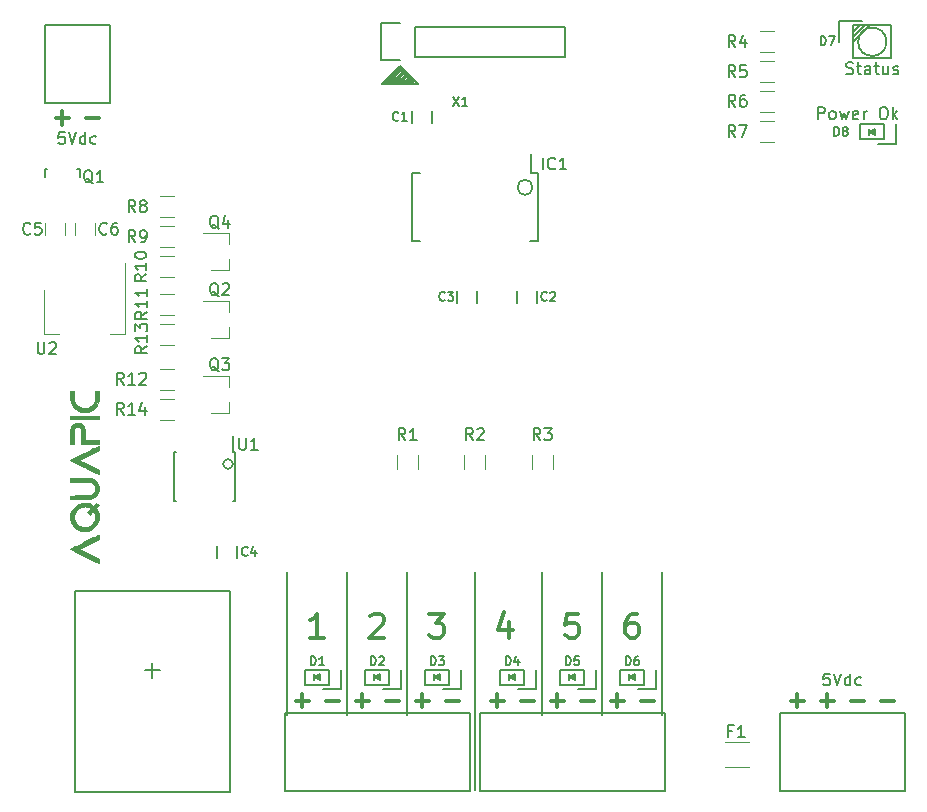
<source format=gto>
G04 #@! TF.FileFunction,Legend,Top*
%FSLAX46Y46*%
G04 Gerber Fmt 4.6, Leading zero omitted, Abs format (unit mm)*
G04 Created by KiCad (PCBNEW 4.0.7) date Sun Dec 10 04:28:40 2017*
%MOMM*%
%LPD*%
G01*
G04 APERTURE LIST*
%ADD10C,0.127000*%
%ADD11C,0.300000*%
%ADD12C,0.200000*%
%ADD13C,0.150000*%
%ADD14C,0.304800*%
%ADD15C,0.152400*%
%ADD16C,0.010000*%
%ADD17C,0.120000*%
G04 APERTURE END LIST*
D10*
D11*
X34988572Y11537143D02*
X36131429Y11537143D01*
X35560000Y12108571D02*
X35560000Y10965714D01*
D12*
X45720000Y10330000D02*
X45720000Y22395000D01*
X19515109Y31559500D02*
G75*
G03X19515109Y31559500I-401609J0D01*
G01*
X44897667Y54991000D02*
G75*
G03X44897667Y54991000I-638167J0D01*
G01*
X70866000Y69088000D02*
X72771000Y69088000D01*
X70866000Y67310000D02*
X70866000Y69088000D01*
D11*
X27368572Y11537143D02*
X28511429Y11537143D01*
X32448572Y11537143D02*
X33591429Y11537143D01*
X37528572Y11537143D02*
X38671429Y11537143D01*
X43878572Y11537143D02*
X45021429Y11537143D01*
X48958572Y11537143D02*
X50101429Y11537143D01*
X54038572Y11537143D02*
X55181429Y11537143D01*
X51498572Y11537143D02*
X52641429Y11537143D01*
X52070000Y12108571D02*
X52070000Y10965714D01*
X46418572Y11537143D02*
X47561429Y11537143D01*
X46990000Y12108571D02*
X46990000Y10965714D01*
X41338572Y11537143D02*
X42481429Y11537143D01*
X41910000Y12108571D02*
X41910000Y10965714D01*
X29908572Y11537143D02*
X31051429Y11537143D01*
X30480000Y12108571D02*
X30480000Y10965714D01*
X24828572Y11537143D02*
X25971429Y11537143D01*
X25400000Y12108571D02*
X25400000Y10965714D01*
D13*
X70048572Y13819119D02*
X69572381Y13819119D01*
X69524762Y13342929D01*
X69572381Y13390548D01*
X69667619Y13438167D01*
X69905715Y13438167D01*
X70000953Y13390548D01*
X70048572Y13342929D01*
X70096191Y13247690D01*
X70096191Y13009595D01*
X70048572Y12914357D01*
X70000953Y12866738D01*
X69905715Y12819119D01*
X69667619Y12819119D01*
X69572381Y12866738D01*
X69524762Y12914357D01*
X70381905Y13819119D02*
X70715238Y12819119D01*
X71048572Y13819119D01*
X71810477Y12819119D02*
X71810477Y13819119D01*
X71810477Y12866738D02*
X71715239Y12819119D01*
X71524762Y12819119D01*
X71429524Y12866738D01*
X71381905Y12914357D01*
X71334286Y13009595D01*
X71334286Y13295310D01*
X71381905Y13390548D01*
X71429524Y13438167D01*
X71524762Y13485786D01*
X71715239Y13485786D01*
X71810477Y13438167D01*
X72715239Y12866738D02*
X72620001Y12819119D01*
X72429524Y12819119D01*
X72334286Y12866738D01*
X72286667Y12914357D01*
X72239048Y13009595D01*
X72239048Y13295310D01*
X72286667Y13390548D01*
X72334286Y13438167D01*
X72429524Y13485786D01*
X72620001Y13485786D01*
X72715239Y13438167D01*
X5278572Y59666119D02*
X4802381Y59666119D01*
X4754762Y59189929D01*
X4802381Y59237548D01*
X4897619Y59285167D01*
X5135715Y59285167D01*
X5230953Y59237548D01*
X5278572Y59189929D01*
X5326191Y59094690D01*
X5326191Y58856595D01*
X5278572Y58761357D01*
X5230953Y58713738D01*
X5135715Y58666119D01*
X4897619Y58666119D01*
X4802381Y58713738D01*
X4754762Y58761357D01*
X5611905Y59666119D02*
X5945238Y58666119D01*
X6278572Y59666119D01*
X7040477Y58666119D02*
X7040477Y59666119D01*
X7040477Y58713738D02*
X6945239Y58666119D01*
X6754762Y58666119D01*
X6659524Y58713738D01*
X6611905Y58761357D01*
X6564286Y58856595D01*
X6564286Y59142310D01*
X6611905Y59237548D01*
X6659524Y59285167D01*
X6754762Y59332786D01*
X6945239Y59332786D01*
X7040477Y59285167D01*
X7945239Y58713738D02*
X7850001Y58666119D01*
X7659524Y58666119D01*
X7564286Y58713738D01*
X7516667Y58761357D01*
X7469048Y58856595D01*
X7469048Y59142310D01*
X7516667Y59237548D01*
X7564286Y59285167D01*
X7659524Y59332786D01*
X7850001Y59332786D01*
X7945239Y59285167D01*
D11*
X74358572Y11537143D02*
X75501429Y11537143D01*
X69278572Y11537143D02*
X70421429Y11537143D01*
X69850000Y12108571D02*
X69850000Y10965714D01*
X71818572Y11537143D02*
X72961429Y11537143D01*
X66738572Y11537143D02*
X67881429Y11537143D01*
X67310000Y12108571D02*
X67310000Y10965714D01*
D12*
X55880000Y10330000D02*
X55880000Y22395000D01*
X50800000Y10330000D02*
X50800000Y22395000D01*
X40005000Y3980000D02*
X40005000Y22395000D01*
X34290000Y10330000D02*
X34290000Y22395000D01*
X29210000Y10330000D02*
X29210000Y22395000D01*
X24130000Y10330000D02*
X24130000Y22395000D01*
D14*
X27250571Y16860762D02*
X26089429Y16860762D01*
X26670000Y16860762D02*
X26670000Y18892762D01*
X26476476Y18602476D01*
X26282952Y18408952D01*
X26089429Y18312190D01*
X31169429Y18699238D02*
X31266191Y18796000D01*
X31459714Y18892762D01*
X31943524Y18892762D01*
X32137048Y18796000D01*
X32233810Y18699238D01*
X32330571Y18505714D01*
X32330571Y18312190D01*
X32233810Y18021905D01*
X31072667Y16860762D01*
X32330571Y16860762D01*
X36152667Y18892762D02*
X37410571Y18892762D01*
X36733238Y18118667D01*
X37023524Y18118667D01*
X37217048Y18021905D01*
X37313810Y17925143D01*
X37410571Y17731619D01*
X37410571Y17247810D01*
X37313810Y17054286D01*
X37217048Y16957524D01*
X37023524Y16860762D01*
X36442952Y16860762D01*
X36249429Y16957524D01*
X36152667Y17054286D01*
X42932048Y18215429D02*
X42932048Y16860762D01*
X42448238Y18989524D02*
X41964429Y17538095D01*
X43222333Y17538095D01*
X48743810Y18892762D02*
X47776191Y18892762D01*
X47679429Y17925143D01*
X47776191Y18021905D01*
X47969714Y18118667D01*
X48453524Y18118667D01*
X48647048Y18021905D01*
X48743810Y17925143D01*
X48840571Y17731619D01*
X48840571Y17247810D01*
X48743810Y17054286D01*
X48647048Y16957524D01*
X48453524Y16860762D01*
X47969714Y16860762D01*
X47776191Y16957524D01*
X47679429Y17054286D01*
X53727048Y18892762D02*
X53340000Y18892762D01*
X53146476Y18796000D01*
X53049714Y18699238D01*
X52856191Y18408952D01*
X52759429Y18021905D01*
X52759429Y17247810D01*
X52856191Y17054286D01*
X52952952Y16957524D01*
X53146476Y16860762D01*
X53533524Y16860762D01*
X53727048Y16957524D01*
X53823810Y17054286D01*
X53920571Y17247810D01*
X53920571Y17731619D01*
X53823810Y17925143D01*
X53727048Y18021905D01*
X53533524Y18118667D01*
X53146476Y18118667D01*
X52952952Y18021905D01*
X52856191Y17925143D01*
X52759429Y17731619D01*
D12*
X34544000Y63881000D02*
X34671000Y64008000D01*
X34290000Y63881000D02*
X34544000Y64135000D01*
X34036000Y63881000D02*
X34417000Y64262000D01*
X34798000Y63881000D02*
X32385000Y63881000D01*
X35179000Y63754000D02*
X32131000Y63754000D01*
X32766000Y63881000D02*
X33782000Y64897000D01*
X33655000Y65278000D02*
X32131000Y63754000D01*
X32512000Y63881000D02*
X33655000Y65024000D01*
X33655000Y65024000D02*
X33655000Y65151000D01*
X33528000Y63881000D02*
X34163000Y64516000D01*
X33274000Y63881000D02*
X34036000Y64643000D01*
X33020000Y63881000D02*
X33909000Y64770000D01*
D11*
X7048572Y60852857D02*
X8191429Y60852857D01*
X4508572Y60852857D02*
X5651429Y60852857D01*
X5080000Y60281429D02*
X5080000Y61424286D01*
D15*
X71458668Y64612762D02*
X71603811Y64564381D01*
X71845715Y64564381D01*
X71942477Y64612762D01*
X71990858Y64661143D01*
X72039239Y64757905D01*
X72039239Y64854667D01*
X71990858Y64951429D01*
X71942477Y64999810D01*
X71845715Y65048190D01*
X71652192Y65096571D01*
X71555430Y65144952D01*
X71507049Y65193333D01*
X71458668Y65290095D01*
X71458668Y65386857D01*
X71507049Y65483619D01*
X71555430Y65532000D01*
X71652192Y65580381D01*
X71894096Y65580381D01*
X72039239Y65532000D01*
X72329525Y65241714D02*
X72716573Y65241714D01*
X72474668Y65580381D02*
X72474668Y64709524D01*
X72523049Y64612762D01*
X72619811Y64564381D01*
X72716573Y64564381D01*
X73490667Y64564381D02*
X73490667Y65096571D01*
X73442286Y65193333D01*
X73345524Y65241714D01*
X73152001Y65241714D01*
X73055239Y65193333D01*
X73490667Y64612762D02*
X73393905Y64564381D01*
X73152001Y64564381D01*
X73055239Y64612762D01*
X73006858Y64709524D01*
X73006858Y64806286D01*
X73055239Y64903048D01*
X73152001Y64951429D01*
X73393905Y64951429D01*
X73490667Y64999810D01*
X73829334Y65241714D02*
X74216382Y65241714D01*
X73974477Y65580381D02*
X73974477Y64709524D01*
X74022858Y64612762D01*
X74119620Y64564381D01*
X74216382Y64564381D01*
X74990476Y65241714D02*
X74990476Y64564381D01*
X74555048Y65241714D02*
X74555048Y64709524D01*
X74603429Y64612762D01*
X74700191Y64564381D01*
X74845333Y64564381D01*
X74942095Y64612762D01*
X74990476Y64661143D01*
X75425905Y64612762D02*
X75522667Y64564381D01*
X75716191Y64564381D01*
X75812952Y64612762D01*
X75861333Y64709524D01*
X75861333Y64757905D01*
X75812952Y64854667D01*
X75716191Y64903048D01*
X75571048Y64903048D01*
X75474286Y64951429D01*
X75425905Y65048190D01*
X75425905Y65096571D01*
X75474286Y65193333D01*
X75571048Y65241714D01*
X75716191Y65241714D01*
X75812952Y65193333D01*
X69051715Y60754381D02*
X69051715Y61770381D01*
X69438762Y61770381D01*
X69535524Y61722000D01*
X69583905Y61673619D01*
X69632286Y61576857D01*
X69632286Y61431714D01*
X69583905Y61334952D01*
X69535524Y61286571D01*
X69438762Y61238190D01*
X69051715Y61238190D01*
X70212858Y60754381D02*
X70116096Y60802762D01*
X70067715Y60851143D01*
X70019334Y60947905D01*
X70019334Y61238190D01*
X70067715Y61334952D01*
X70116096Y61383333D01*
X70212858Y61431714D01*
X70358000Y61431714D01*
X70454762Y61383333D01*
X70503143Y61334952D01*
X70551524Y61238190D01*
X70551524Y60947905D01*
X70503143Y60851143D01*
X70454762Y60802762D01*
X70358000Y60754381D01*
X70212858Y60754381D01*
X70890191Y61431714D02*
X71083715Y60754381D01*
X71277238Y61238190D01*
X71470762Y60754381D01*
X71664286Y61431714D01*
X72438381Y60802762D02*
X72341619Y60754381D01*
X72148096Y60754381D01*
X72051334Y60802762D01*
X72002953Y60899524D01*
X72002953Y61286571D01*
X72051334Y61383333D01*
X72148096Y61431714D01*
X72341619Y61431714D01*
X72438381Y61383333D01*
X72486762Y61286571D01*
X72486762Y61189810D01*
X72002953Y61093048D01*
X72922191Y60754381D02*
X72922191Y61431714D01*
X72922191Y61238190D02*
X72970572Y61334952D01*
X73018953Y61383333D01*
X73115715Y61431714D01*
X73212476Y61431714D01*
X74518762Y61770381D02*
X74712285Y61770381D01*
X74809047Y61722000D01*
X74905809Y61625238D01*
X74954190Y61431714D01*
X74954190Y61093048D01*
X74905809Y60899524D01*
X74809047Y60802762D01*
X74712285Y60754381D01*
X74518762Y60754381D01*
X74422000Y60802762D01*
X74325238Y60899524D01*
X74276857Y61093048D01*
X74276857Y61431714D01*
X74325238Y61625238D01*
X74422000Y61722000D01*
X74518762Y61770381D01*
X75389619Y60754381D02*
X75389619Y61770381D01*
X75486381Y61141429D02*
X75776666Y60754381D01*
X75776666Y61431714D02*
X75389619Y61044667D01*
D12*
X34798000Y63881000D02*
X33655000Y65024000D01*
X33782000Y63881000D02*
X34290000Y64389000D01*
X33655000Y65278000D02*
X35179000Y63754000D01*
D13*
X40440000Y10455000D02*
X40440000Y3855000D01*
X40440000Y3855000D02*
X56080000Y3855000D01*
X56080000Y3855000D02*
X56080000Y10455000D01*
X56080000Y10455000D02*
X40440000Y10455000D01*
X39570000Y10455000D02*
X23930000Y10455000D01*
X23930000Y10455000D02*
X23930000Y3855000D01*
X23930000Y3855000D02*
X39570000Y3855000D01*
X39570000Y3855000D02*
X39570000Y10455000D01*
X45300000Y45220000D02*
X45300000Y46220000D01*
X43600000Y46220000D02*
X43600000Y45220000D01*
X34710000Y61460000D02*
X34710000Y60460000D01*
X36410000Y60460000D02*
X36410000Y61460000D01*
X40220000Y45220000D02*
X40220000Y46220000D01*
X38520000Y46220000D02*
X38520000Y45220000D01*
X19900000Y23630000D02*
X19900000Y24630000D01*
X18200000Y24630000D02*
X18200000Y23630000D01*
X72060000Y68110000D02*
X72660000Y68710000D01*
X72060000Y67710000D02*
X73060000Y68710000D01*
X72060000Y67310000D02*
X73460000Y68710000D01*
X74860000Y67310000D02*
G75*
G03X74860000Y67310000I-1200000J0D01*
G01*
X75260000Y65910000D02*
X75260000Y68710000D01*
X75260000Y68710000D02*
X72060000Y68710000D01*
X72060000Y68710000D02*
X72060000Y65910000D01*
X72060000Y65910000D02*
X75260000Y65910000D01*
X34925000Y68580000D02*
X47625000Y68580000D01*
X47625000Y68580000D02*
X47625000Y66040000D01*
X47625000Y66040000D02*
X34925000Y66040000D01*
X32105000Y68860000D02*
X33655000Y68860000D01*
X34925000Y68580000D02*
X34925000Y66040000D01*
X33655000Y65760000D02*
X32105000Y65760000D01*
X32105000Y65760000D02*
X32105000Y68860000D01*
X19720000Y32555000D02*
X19575000Y32555000D01*
X19720000Y28405000D02*
X19575000Y28405000D01*
X14570000Y28405000D02*
X14715000Y28405000D01*
X14570000Y32555000D02*
X14715000Y32555000D01*
X19720000Y32555000D02*
X19720000Y28405000D01*
X14570000Y32555000D02*
X14570000Y28405000D01*
X19575000Y32555000D02*
X19575000Y33955000D01*
X6379160Y56530240D02*
X6330900Y56530240D01*
X3580180Y55829200D02*
X3580180Y56530240D01*
X3580180Y56530240D02*
X3829100Y56530240D01*
X6379160Y56530240D02*
X6579820Y56530240D01*
X6579820Y56530240D02*
X6579820Y55829200D01*
X55372000Y12489000D02*
X55372000Y14140000D01*
X54737000Y12489000D02*
X53848000Y12489000D01*
X54737000Y12489000D02*
X55372000Y12489000D01*
X53086000Y13759000D02*
X53086000Y13251000D01*
X52324000Y12870000D02*
X54356000Y12870000D01*
X54356000Y14140000D02*
X52324000Y14140000D01*
X52324000Y12870000D02*
X52324000Y14140000D01*
X54356000Y14140000D02*
X54356000Y12870000D01*
X53086000Y13505000D02*
X53340000Y13505000D01*
X53340000Y13505000D02*
X53594000Y13759000D01*
X53594000Y13505000D02*
X53340000Y13505000D01*
X53340000Y13505000D02*
X53594000Y13251000D01*
X53594000Y13251000D02*
X53340000Y13505000D01*
X53594000Y13759000D02*
X53594000Y13251000D01*
X53594000Y13251000D02*
X53086000Y13505000D01*
X53086000Y13505000D02*
X53594000Y13759000D01*
X50292000Y12489000D02*
X50292000Y14140000D01*
X49657000Y12489000D02*
X48768000Y12489000D01*
X49657000Y12489000D02*
X50292000Y12489000D01*
X48006000Y13759000D02*
X48006000Y13251000D01*
X47244000Y12870000D02*
X49276000Y12870000D01*
X49276000Y14140000D02*
X47244000Y14140000D01*
X47244000Y12870000D02*
X47244000Y14140000D01*
X49276000Y14140000D02*
X49276000Y12870000D01*
X48006000Y13505000D02*
X48260000Y13505000D01*
X48260000Y13505000D02*
X48514000Y13759000D01*
X48514000Y13505000D02*
X48260000Y13505000D01*
X48260000Y13505000D02*
X48514000Y13251000D01*
X48514000Y13251000D02*
X48260000Y13505000D01*
X48514000Y13759000D02*
X48514000Y13251000D01*
X48514000Y13251000D02*
X48006000Y13505000D01*
X48006000Y13505000D02*
X48514000Y13759000D01*
X45212000Y12489000D02*
X45212000Y14140000D01*
X44577000Y12489000D02*
X43688000Y12489000D01*
X44577000Y12489000D02*
X45212000Y12489000D01*
X42926000Y13759000D02*
X42926000Y13251000D01*
X42164000Y12870000D02*
X44196000Y12870000D01*
X44196000Y14140000D02*
X42164000Y14140000D01*
X42164000Y12870000D02*
X42164000Y14140000D01*
X44196000Y14140000D02*
X44196000Y12870000D01*
X42926000Y13505000D02*
X43180000Y13505000D01*
X43180000Y13505000D02*
X43434000Y13759000D01*
X43434000Y13505000D02*
X43180000Y13505000D01*
X43180000Y13505000D02*
X43434000Y13251000D01*
X43434000Y13251000D02*
X43180000Y13505000D01*
X43434000Y13759000D02*
X43434000Y13251000D01*
X43434000Y13251000D02*
X42926000Y13505000D01*
X42926000Y13505000D02*
X43434000Y13759000D01*
X38862000Y12489000D02*
X38862000Y14140000D01*
X38227000Y12489000D02*
X37338000Y12489000D01*
X38227000Y12489000D02*
X38862000Y12489000D01*
X36576000Y13759000D02*
X36576000Y13251000D01*
X35814000Y12870000D02*
X37846000Y12870000D01*
X37846000Y14140000D02*
X35814000Y14140000D01*
X35814000Y12870000D02*
X35814000Y14140000D01*
X37846000Y14140000D02*
X37846000Y12870000D01*
X36576000Y13505000D02*
X36830000Y13505000D01*
X36830000Y13505000D02*
X37084000Y13759000D01*
X37084000Y13505000D02*
X36830000Y13505000D01*
X36830000Y13505000D02*
X37084000Y13251000D01*
X37084000Y13251000D02*
X36830000Y13505000D01*
X37084000Y13759000D02*
X37084000Y13251000D01*
X37084000Y13251000D02*
X36576000Y13505000D01*
X36576000Y13505000D02*
X37084000Y13759000D01*
X33782000Y12489000D02*
X33782000Y14140000D01*
X33147000Y12489000D02*
X32258000Y12489000D01*
X33147000Y12489000D02*
X33782000Y12489000D01*
X31496000Y13759000D02*
X31496000Y13251000D01*
X30734000Y12870000D02*
X32766000Y12870000D01*
X32766000Y14140000D02*
X30734000Y14140000D01*
X30734000Y12870000D02*
X30734000Y14140000D01*
X32766000Y14140000D02*
X32766000Y12870000D01*
X31496000Y13505000D02*
X31750000Y13505000D01*
X31750000Y13505000D02*
X32004000Y13759000D01*
X32004000Y13505000D02*
X31750000Y13505000D01*
X31750000Y13505000D02*
X32004000Y13251000D01*
X32004000Y13251000D02*
X31750000Y13505000D01*
X32004000Y13759000D02*
X32004000Y13251000D01*
X32004000Y13251000D02*
X31496000Y13505000D01*
X31496000Y13505000D02*
X32004000Y13759000D01*
X28702000Y12489000D02*
X28702000Y14140000D01*
X28067000Y12489000D02*
X27178000Y12489000D01*
X28067000Y12489000D02*
X28702000Y12489000D01*
X26416000Y13759000D02*
X26416000Y13251000D01*
X25654000Y12870000D02*
X27686000Y12870000D01*
X27686000Y14140000D02*
X25654000Y14140000D01*
X25654000Y12870000D02*
X25654000Y14140000D01*
X27686000Y14140000D02*
X27686000Y12870000D01*
X26416000Y13505000D02*
X26670000Y13505000D01*
X26670000Y13505000D02*
X26924000Y13759000D01*
X26924000Y13505000D02*
X26670000Y13505000D01*
X26670000Y13505000D02*
X26924000Y13251000D01*
X26924000Y13251000D02*
X26670000Y13505000D01*
X26924000Y13759000D02*
X26924000Y13251000D01*
X26924000Y13251000D02*
X26416000Y13505000D01*
X26416000Y13505000D02*
X26924000Y13759000D01*
X75692000Y58674000D02*
X75692000Y60325000D01*
X75057000Y58674000D02*
X74168000Y58674000D01*
X75057000Y58674000D02*
X75692000Y58674000D01*
X73406000Y59944000D02*
X73406000Y59436000D01*
X72644000Y59055000D02*
X74676000Y59055000D01*
X74676000Y60325000D02*
X72644000Y60325000D01*
X72644000Y59055000D02*
X72644000Y60325000D01*
X74676000Y60325000D02*
X74676000Y59055000D01*
X73406000Y59690000D02*
X73660000Y59690000D01*
X73660000Y59690000D02*
X73914000Y59944000D01*
X73914000Y59690000D02*
X73660000Y59690000D01*
X73660000Y59690000D02*
X73914000Y59436000D01*
X73914000Y59436000D02*
X73660000Y59690000D01*
X73914000Y59944000D02*
X73914000Y59436000D01*
X73914000Y59436000D02*
X73406000Y59690000D01*
X73406000Y59690000D02*
X73914000Y59944000D01*
D16*
G36*
X5775686Y24385380D02*
X5828153Y24413969D01*
X5910847Y24457253D01*
X6019881Y24513302D01*
X6151368Y24580188D01*
X6301421Y24655981D01*
X6466152Y24738752D01*
X6641674Y24826570D01*
X6824100Y24917507D01*
X7009543Y25009633D01*
X7194116Y25101019D01*
X7373931Y25189734D01*
X7545102Y25273850D01*
X7703741Y25351437D01*
X7845961Y25420565D01*
X7967875Y25479306D01*
X8065596Y25525729D01*
X8135236Y25557905D01*
X8172908Y25573905D01*
X8178540Y25575237D01*
X8184751Y25549238D01*
X8189337Y25492328D01*
X8191448Y25415924D01*
X8191500Y25401557D01*
X8191500Y25240837D01*
X7323673Y24807336D01*
X6455846Y24373836D01*
X7318381Y23939710D01*
X8180916Y23505583D01*
X8187020Y23345882D01*
X8188248Y23267432D01*
X8185903Y23206349D01*
X8180493Y23174139D01*
X8179352Y23172408D01*
X8159009Y23179526D01*
X8104756Y23203780D01*
X8020482Y23243242D01*
X7910074Y23295984D01*
X7777421Y23360077D01*
X7626412Y23433594D01*
X7460934Y23514607D01*
X7284876Y23601187D01*
X7102125Y23691407D01*
X6916570Y23783338D01*
X6732100Y23875053D01*
X6552602Y23964623D01*
X6381965Y24050120D01*
X6224077Y24129616D01*
X6082826Y24201184D01*
X5962100Y24262895D01*
X5865788Y24312821D01*
X5797777Y24349034D01*
X5761957Y24369606D01*
X5757333Y24373416D01*
X5775686Y24385380D01*
X5775686Y24385380D01*
G37*
X5775686Y24385380D02*
X5828153Y24413969D01*
X5910847Y24457253D01*
X6019881Y24513302D01*
X6151368Y24580188D01*
X6301421Y24655981D01*
X6466152Y24738752D01*
X6641674Y24826570D01*
X6824100Y24917507D01*
X7009543Y25009633D01*
X7194116Y25101019D01*
X7373931Y25189734D01*
X7545102Y25273850D01*
X7703741Y25351437D01*
X7845961Y25420565D01*
X7967875Y25479306D01*
X8065596Y25525729D01*
X8135236Y25557905D01*
X8172908Y25573905D01*
X8178540Y25575237D01*
X8184751Y25549238D01*
X8189337Y25492328D01*
X8191448Y25415924D01*
X8191500Y25401557D01*
X8191500Y25240837D01*
X7323673Y24807336D01*
X6455846Y24373836D01*
X7318381Y23939710D01*
X8180916Y23505583D01*
X8187020Y23345882D01*
X8188248Y23267432D01*
X8185903Y23206349D01*
X8180493Y23174139D01*
X8179352Y23172408D01*
X8159009Y23179526D01*
X8104756Y23203780D01*
X8020482Y23243242D01*
X7910074Y23295984D01*
X7777421Y23360077D01*
X7626412Y23433594D01*
X7460934Y23514607D01*
X7284876Y23601187D01*
X7102125Y23691407D01*
X6916570Y23783338D01*
X6732100Y23875053D01*
X6552602Y23964623D01*
X6381965Y24050120D01*
X6224077Y24129616D01*
X6082826Y24201184D01*
X5962100Y24262895D01*
X5865788Y24312821D01*
X5797777Y24349034D01*
X5761957Y24369606D01*
X5757333Y24373416D01*
X5775686Y24385380D01*
G36*
X5775898Y27285783D02*
X5833263Y27492278D01*
X5926303Y27686833D01*
X6052830Y27864525D01*
X6210656Y28020432D01*
X6334551Y28111369D01*
X6521701Y28207841D01*
X6723748Y28267716D01*
X6934232Y28290949D01*
X7146697Y28277496D01*
X7354684Y28227313D01*
X7551733Y28140354D01*
X7586836Y28120013D01*
X7712423Y28044251D01*
X7959079Y28288333D01*
X8179999Y28067413D01*
X7935917Y27820757D01*
X8011679Y27695170D01*
X8104473Y27500844D01*
X8159889Y27289323D01*
X8177072Y27064825D01*
X8168489Y26924000D01*
X8125363Y26720903D01*
X8045517Y26530758D01*
X7933551Y26357312D01*
X7794067Y26204311D01*
X7631663Y26075501D01*
X7450940Y25974627D01*
X7256499Y25905438D01*
X7052939Y25871679D01*
X6938483Y25872825D01*
X6938483Y26194671D01*
X7118425Y26205642D01*
X7289947Y26252527D01*
X7448374Y26333310D01*
X7589036Y26445978D01*
X7707259Y26588513D01*
X7798369Y26758900D01*
X7824324Y26828750D01*
X7839567Y26905609D01*
X7846700Y27014703D01*
X7846216Y27114500D01*
X7840720Y27222185D01*
X7829828Y27303389D01*
X7810408Y27373902D01*
X7780072Y27447875D01*
X7748446Y27513887D01*
X7722531Y27561300D01*
X7707792Y27580147D01*
X7707565Y27580167D01*
X7688206Y27566180D01*
X7646102Y27528503D01*
X7588260Y27473559D01*
X7545802Y27431887D01*
X7396527Y27283607D01*
X7175597Y27507315D01*
X7323715Y27654298D01*
X7386591Y27717982D01*
X7436216Y27770699D01*
X7466086Y27805399D01*
X7471833Y27814833D01*
X7454048Y27829676D01*
X7407464Y27855456D01*
X7343464Y27885994D01*
X7159891Y27947109D01*
X6976649Y27968538D01*
X6798336Y27952712D01*
X6629549Y27902061D01*
X6474886Y27819017D01*
X6338945Y27706011D01*
X6226322Y27565474D01*
X6141616Y27399837D01*
X6091670Y27224048D01*
X6079697Y27048240D01*
X6106081Y26872939D01*
X6167320Y26704967D01*
X6259912Y26551146D01*
X6380353Y26418296D01*
X6525142Y26313239D01*
X6572025Y26288538D01*
X6754792Y26221631D01*
X6938483Y26194671D01*
X6938483Y25872825D01*
X6878426Y25873427D01*
X6659938Y25913806D01*
X6455556Y25990808D01*
X6269428Y26100731D01*
X6105701Y26239873D01*
X5968522Y26404532D01*
X5862038Y26591006D01*
X5790397Y26795594D01*
X5776944Y26856667D01*
X5756396Y27072272D01*
X5775898Y27285783D01*
X5775898Y27285783D01*
G37*
X5775898Y27285783D02*
X5833263Y27492278D01*
X5926303Y27686833D01*
X6052830Y27864525D01*
X6210656Y28020432D01*
X6334551Y28111369D01*
X6521701Y28207841D01*
X6723748Y28267716D01*
X6934232Y28290949D01*
X7146697Y28277496D01*
X7354684Y28227313D01*
X7551733Y28140354D01*
X7586836Y28120013D01*
X7712423Y28044251D01*
X7959079Y28288333D01*
X8179999Y28067413D01*
X7935917Y27820757D01*
X8011679Y27695170D01*
X8104473Y27500844D01*
X8159889Y27289323D01*
X8177072Y27064825D01*
X8168489Y26924000D01*
X8125363Y26720903D01*
X8045517Y26530758D01*
X7933551Y26357312D01*
X7794067Y26204311D01*
X7631663Y26075501D01*
X7450940Y25974627D01*
X7256499Y25905438D01*
X7052939Y25871679D01*
X6938483Y25872825D01*
X6938483Y26194671D01*
X7118425Y26205642D01*
X7289947Y26252527D01*
X7448374Y26333310D01*
X7589036Y26445978D01*
X7707259Y26588513D01*
X7798369Y26758900D01*
X7824324Y26828750D01*
X7839567Y26905609D01*
X7846700Y27014703D01*
X7846216Y27114500D01*
X7840720Y27222185D01*
X7829828Y27303389D01*
X7810408Y27373902D01*
X7780072Y27447875D01*
X7748446Y27513887D01*
X7722531Y27561300D01*
X7707792Y27580147D01*
X7707565Y27580167D01*
X7688206Y27566180D01*
X7646102Y27528503D01*
X7588260Y27473559D01*
X7545802Y27431887D01*
X7396527Y27283607D01*
X7175597Y27507315D01*
X7323715Y27654298D01*
X7386591Y27717982D01*
X7436216Y27770699D01*
X7466086Y27805399D01*
X7471833Y27814833D01*
X7454048Y27829676D01*
X7407464Y27855456D01*
X7343464Y27885994D01*
X7159891Y27947109D01*
X6976649Y27968538D01*
X6798336Y27952712D01*
X6629549Y27902061D01*
X6474886Y27819017D01*
X6338945Y27706011D01*
X6226322Y27565474D01*
X6141616Y27399837D01*
X6091670Y27224048D01*
X6079697Y27048240D01*
X6106081Y26872939D01*
X6167320Y26704967D01*
X6259912Y26551146D01*
X6380353Y26418296D01*
X6525142Y26313239D01*
X6572025Y26288538D01*
X6754792Y26221631D01*
X6938483Y26194671D01*
X6938483Y25872825D01*
X6878426Y25873427D01*
X6659938Y25913806D01*
X6455556Y25990808D01*
X6269428Y26100731D01*
X6105701Y26239873D01*
X5968522Y26404532D01*
X5862038Y26591006D01*
X5790397Y26795594D01*
X5776944Y26856667D01*
X5756396Y27072272D01*
X5775898Y27285783D01*
G36*
X6588125Y28896999D02*
X6807524Y28898822D01*
X6988993Y28900823D01*
X7136930Y28903654D01*
X7255735Y28907969D01*
X7349807Y28914421D01*
X7423548Y28923663D01*
X7481354Y28936348D01*
X7527628Y28953129D01*
X7566767Y28974660D01*
X7603172Y29001593D01*
X7641243Y29034582D01*
X7666126Y29057023D01*
X7765793Y29173463D01*
X7827494Y29308500D01*
X7850841Y29461232D01*
X7851016Y29485167D01*
X7846374Y29569399D01*
X7835784Y29646671D01*
X7824764Y29690146D01*
X7757122Y29817851D01*
X7658701Y29929345D01*
X7555215Y30003750D01*
X7440083Y30067250D01*
X6598708Y30073453D01*
X5757333Y30079657D01*
X5757333Y30397100D01*
X7503583Y30384750D01*
X7646962Y30316834D01*
X7812130Y30216438D01*
X7950286Y30087238D01*
X8058531Y29934690D01*
X8133964Y29764250D01*
X8173688Y29581375D01*
X8174802Y29391519D01*
X8167663Y29337000D01*
X8119005Y29164302D01*
X8034064Y29003586D01*
X7918437Y28860647D01*
X7777722Y28741283D01*
X7617514Y28651289D01*
X7454916Y28598818D01*
X7398306Y28591777D01*
X7301435Y28585893D01*
X7166360Y28581219D01*
X6995140Y28577809D01*
X6789831Y28575718D01*
X6552491Y28575000D01*
X5757333Y28575000D01*
X5757333Y28890238D01*
X6588125Y28896999D01*
X6588125Y28896999D01*
G37*
X6588125Y28896999D02*
X6807524Y28898822D01*
X6988993Y28900823D01*
X7136930Y28903654D01*
X7255735Y28907969D01*
X7349807Y28914421D01*
X7423548Y28923663D01*
X7481354Y28936348D01*
X7527628Y28953129D01*
X7566767Y28974660D01*
X7603172Y29001593D01*
X7641243Y29034582D01*
X7666126Y29057023D01*
X7765793Y29173463D01*
X7827494Y29308500D01*
X7850841Y29461232D01*
X7851016Y29485167D01*
X7846374Y29569399D01*
X7835784Y29646671D01*
X7824764Y29690146D01*
X7757122Y29817851D01*
X7658701Y29929345D01*
X7555215Y30003750D01*
X7440083Y30067250D01*
X6598708Y30073453D01*
X5757333Y30079657D01*
X5757333Y30397100D01*
X7503583Y30384750D01*
X7646962Y30316834D01*
X7812130Y30216438D01*
X7950286Y30087238D01*
X8058531Y29934690D01*
X8133964Y29764250D01*
X8173688Y29581375D01*
X8174802Y29391519D01*
X8167663Y29337000D01*
X8119005Y29164302D01*
X8034064Y29003586D01*
X7918437Y28860647D01*
X7777722Y28741283D01*
X7617514Y28651289D01*
X7454916Y28598818D01*
X7398306Y28591777D01*
X7301435Y28585893D01*
X7166360Y28581219D01*
X6995140Y28577809D01*
X6789831Y28575718D01*
X6552491Y28575000D01*
X5757333Y28575000D01*
X5757333Y28890238D01*
X6588125Y28896999D01*
G36*
X6958542Y32498771D02*
X7169209Y32604036D01*
X7368578Y32703499D01*
X7553447Y32795572D01*
X7720611Y32878666D01*
X7866867Y32951195D01*
X7989012Y33011569D01*
X8083842Y33058201D01*
X8148153Y33089503D01*
X8178741Y33103886D01*
X8180843Y33104667D01*
X8185792Y33085171D01*
X8189518Y33033364D01*
X8191392Y32959260D01*
X8191500Y32935299D01*
X8191500Y32765931D01*
X7334250Y32337462D01*
X7158070Y32249173D01*
X6994088Y32166549D01*
X6846077Y32091525D01*
X6717810Y32026033D01*
X6613062Y31972008D01*
X6535606Y31931383D01*
X6489214Y31906093D01*
X6477000Y31898167D01*
X6495325Y31886782D01*
X6547787Y31858490D01*
X6630611Y31815223D01*
X6740024Y31758917D01*
X6872252Y31691504D01*
X7023523Y31614918D01*
X7190062Y31531093D01*
X7334250Y31458871D01*
X8191500Y31030402D01*
X8191500Y30861034D01*
X8189298Y30769304D01*
X8182205Y30715045D01*
X8169488Y30693597D01*
X8165041Y30692826D01*
X8141946Y30702284D01*
X8084318Y30729172D01*
X7995433Y30771877D01*
X7878568Y30828791D01*
X7737000Y30898303D01*
X7574007Y30978803D01*
X7392865Y31068681D01*
X7196852Y31166326D01*
X6989243Y31270129D01*
X6942740Y31293430D01*
X5746898Y31892875D01*
X6958542Y32498771D01*
X6958542Y32498771D01*
G37*
X6958542Y32498771D02*
X7169209Y32604036D01*
X7368578Y32703499D01*
X7553447Y32795572D01*
X7720611Y32878666D01*
X7866867Y32951195D01*
X7989012Y33011569D01*
X8083842Y33058201D01*
X8148153Y33089503D01*
X8178741Y33103886D01*
X8180843Y33104667D01*
X8185792Y33085171D01*
X8189518Y33033364D01*
X8191392Y32959260D01*
X8191500Y32935299D01*
X8191500Y32765931D01*
X7334250Y32337462D01*
X7158070Y32249173D01*
X6994088Y32166549D01*
X6846077Y32091525D01*
X6717810Y32026033D01*
X6613062Y31972008D01*
X6535606Y31931383D01*
X6489214Y31906093D01*
X6477000Y31898167D01*
X6495325Y31886782D01*
X6547787Y31858490D01*
X6630611Y31815223D01*
X6740024Y31758917D01*
X6872252Y31691504D01*
X7023523Y31614918D01*
X7190062Y31531093D01*
X7334250Y31458871D01*
X8191500Y31030402D01*
X8191500Y30861034D01*
X8189298Y30769304D01*
X8182205Y30715045D01*
X8169488Y30693597D01*
X8165041Y30692826D01*
X8141946Y30702284D01*
X8084318Y30729172D01*
X7995433Y30771877D01*
X7878568Y30828791D01*
X7737000Y30898303D01*
X7574007Y30978803D01*
X7392865Y31068681D01*
X7196852Y31166326D01*
X6989243Y31270129D01*
X6942740Y31293430D01*
X5746898Y31892875D01*
X6958542Y32498771D01*
G36*
X5757707Y34091474D02*
X5759405Y34261047D01*
X5763288Y34398099D01*
X5770220Y34507535D01*
X5781063Y34594259D01*
X5796679Y34663177D01*
X5817931Y34719193D01*
X5845683Y34767213D01*
X5880795Y34812141D01*
X5924131Y34858881D01*
X5929693Y34864608D01*
X6056660Y34967608D01*
X6195882Y35032326D01*
X6341732Y35058747D01*
X6488583Y35046854D01*
X6630808Y34996631D01*
X6762782Y34908062D01*
X6806387Y34867106D01*
X6853957Y34816174D01*
X6891453Y34767788D01*
X6920183Y34716062D01*
X6941454Y34655111D01*
X6956572Y34579052D01*
X6966847Y34481999D01*
X6973583Y34358067D01*
X6978090Y34201371D01*
X6980359Y34083951D01*
X6989333Y33570985D01*
X7585124Y33565367D01*
X8180916Y33559750D01*
X8187047Y33410658D01*
X8188106Y33334717D01*
X8185089Y33276159D01*
X8178647Y33247097D01*
X8178228Y33246617D01*
X8154297Y33243148D01*
X8092929Y33239963D01*
X7999019Y33237160D01*
X7877461Y33234833D01*
X7733151Y33233078D01*
X7570984Y33231993D01*
X7415388Y33231667D01*
X6667500Y33231667D01*
X6667500Y33812708D01*
X6666852Y34015262D01*
X6664521Y34180138D01*
X6659929Y34311975D01*
X6652494Y34415412D01*
X6641636Y34495091D01*
X6626776Y34555652D01*
X6607334Y34601733D01*
X6582729Y34637976D01*
X6561517Y34660559D01*
X6479746Y34711797D01*
X6381552Y34733106D01*
X6281885Y34722978D01*
X6217404Y34695249D01*
X6182391Y34672426D01*
X6154172Y34648672D01*
X6131926Y34619338D01*
X6114833Y34579775D01*
X6102070Y34525336D01*
X6092818Y34451370D01*
X6086256Y34353229D01*
X6081562Y34226265D01*
X6077916Y34065827D01*
X6074833Y33887833D01*
X6064250Y33242250D01*
X5910791Y33236031D01*
X5757333Y33229812D01*
X5757333Y33884475D01*
X5757707Y34091474D01*
X5757707Y34091474D01*
G37*
X5757707Y34091474D02*
X5759405Y34261047D01*
X5763288Y34398099D01*
X5770220Y34507535D01*
X5781063Y34594259D01*
X5796679Y34663177D01*
X5817931Y34719193D01*
X5845683Y34767213D01*
X5880795Y34812141D01*
X5924131Y34858881D01*
X5929693Y34864608D01*
X6056660Y34967608D01*
X6195882Y35032326D01*
X6341732Y35058747D01*
X6488583Y35046854D01*
X6630808Y34996631D01*
X6762782Y34908062D01*
X6806387Y34867106D01*
X6853957Y34816174D01*
X6891453Y34767788D01*
X6920183Y34716062D01*
X6941454Y34655111D01*
X6956572Y34579052D01*
X6966847Y34481999D01*
X6973583Y34358067D01*
X6978090Y34201371D01*
X6980359Y34083951D01*
X6989333Y33570985D01*
X7585124Y33565367D01*
X8180916Y33559750D01*
X8187047Y33410658D01*
X8188106Y33334717D01*
X8185089Y33276159D01*
X8178647Y33247097D01*
X8178228Y33246617D01*
X8154297Y33243148D01*
X8092929Y33239963D01*
X7999019Y33237160D01*
X7877461Y33234833D01*
X7733151Y33233078D01*
X7570984Y33231993D01*
X7415388Y33231667D01*
X6667500Y33231667D01*
X6667500Y33812708D01*
X6666852Y34015262D01*
X6664521Y34180138D01*
X6659929Y34311975D01*
X6652494Y34415412D01*
X6641636Y34495091D01*
X6626776Y34555652D01*
X6607334Y34601733D01*
X6582729Y34637976D01*
X6561517Y34660559D01*
X6479746Y34711797D01*
X6381552Y34733106D01*
X6281885Y34722978D01*
X6217404Y34695249D01*
X6182391Y34672426D01*
X6154172Y34648672D01*
X6131926Y34619338D01*
X6114833Y34579775D01*
X6102070Y34525336D01*
X6092818Y34451370D01*
X6086256Y34353229D01*
X6081562Y34226265D01*
X6077916Y34065827D01*
X6074833Y33887833D01*
X6064250Y33242250D01*
X5910791Y33236031D01*
X5757333Y33229812D01*
X5757333Y33884475D01*
X5757707Y34091474D01*
G36*
X8191500Y35665833D02*
X8191500Y35348333D01*
X5757333Y35348333D01*
X5757333Y35665833D01*
X8191500Y35665833D01*
X8191500Y35665833D01*
G37*
X8191500Y35665833D02*
X8191500Y35348333D01*
X5757333Y35348333D01*
X5757333Y35665833D01*
X8191500Y35665833D01*
G36*
X5921375Y37778135D02*
X6074833Y37784354D01*
X6074833Y37428041D01*
X6078386Y37229592D01*
X6090297Y37066109D01*
X6112443Y36930721D01*
X6146701Y36816560D01*
X6194947Y36716757D01*
X6259059Y36624441D01*
X6310790Y36564479D01*
X6451658Y36437325D01*
X6605754Y36348892D01*
X6776874Y36297662D01*
X6968814Y36282116D01*
X7013649Y36283309D01*
X7119896Y36290423D01*
X7201208Y36303422D01*
X7274934Y36326192D01*
X7349929Y36358618D01*
X7511619Y36457283D01*
X7648093Y36589027D01*
X7756438Y36750945D01*
X7769868Y36777219D01*
X7842250Y36924133D01*
X7863416Y37771917D01*
X8180916Y37771917D01*
X8183787Y37454417D01*
X8183659Y37330303D01*
X8181321Y37209705D01*
X8177148Y37104397D01*
X8171515Y37026153D01*
X8169623Y37009917D01*
X8119948Y36793671D01*
X8033058Y36592429D01*
X7912713Y36410551D01*
X7762673Y36252394D01*
X7586695Y36122319D01*
X7388540Y36024683D01*
X7291916Y35992137D01*
X7162222Y35966651D01*
X7011014Y35955875D01*
X6855936Y35959806D01*
X6714628Y35978438D01*
X6658023Y35992264D01*
X6445846Y36075587D01*
X6254306Y36192907D01*
X6087577Y36340297D01*
X5949834Y36513829D01*
X5845252Y36709575D01*
X5816900Y36783635D01*
X5799972Y36835885D01*
X5787449Y36885559D01*
X5778676Y36940229D01*
X5772998Y37007468D01*
X5769757Y37094847D01*
X5768300Y37209937D01*
X5767969Y37348583D01*
X5767916Y37771917D01*
X5921375Y37778135D01*
X5921375Y37778135D01*
G37*
X5921375Y37778135D02*
X6074833Y37784354D01*
X6074833Y37428041D01*
X6078386Y37229592D01*
X6090297Y37066109D01*
X6112443Y36930721D01*
X6146701Y36816560D01*
X6194947Y36716757D01*
X6259059Y36624441D01*
X6310790Y36564479D01*
X6451658Y36437325D01*
X6605754Y36348892D01*
X6776874Y36297662D01*
X6968814Y36282116D01*
X7013649Y36283309D01*
X7119896Y36290423D01*
X7201208Y36303422D01*
X7274934Y36326192D01*
X7349929Y36358618D01*
X7511619Y36457283D01*
X7648093Y36589027D01*
X7756438Y36750945D01*
X7769868Y36777219D01*
X7842250Y36924133D01*
X7863416Y37771917D01*
X8180916Y37771917D01*
X8183787Y37454417D01*
X8183659Y37330303D01*
X8181321Y37209705D01*
X8177148Y37104397D01*
X8171515Y37026153D01*
X8169623Y37009917D01*
X8119948Y36793671D01*
X8033058Y36592429D01*
X7912713Y36410551D01*
X7762673Y36252394D01*
X7586695Y36122319D01*
X7388540Y36024683D01*
X7291916Y35992137D01*
X7162222Y35966651D01*
X7011014Y35955875D01*
X6855936Y35959806D01*
X6714628Y35978438D01*
X6658023Y35992264D01*
X6445846Y36075587D01*
X6254306Y36192907D01*
X6087577Y36340297D01*
X5949834Y36513829D01*
X5845252Y36709575D01*
X5816900Y36783635D01*
X5799972Y36835885D01*
X5787449Y36885559D01*
X5778676Y36940229D01*
X5772998Y37007468D01*
X5769757Y37094847D01*
X5768300Y37209937D01*
X5767969Y37348583D01*
X5767916Y37771917D01*
X5921375Y37778135D01*
D17*
X3595000Y51935000D02*
X3595000Y50935000D01*
X5295000Y50935000D02*
X5295000Y51935000D01*
X6135000Y51935000D02*
X6135000Y50935000D01*
X7835000Y50935000D02*
X7835000Y51935000D01*
D13*
X45330000Y56215000D02*
X44755000Y56215000D01*
X45330000Y50465000D02*
X44680000Y50465000D01*
X34680000Y50465000D02*
X35330000Y50465000D01*
X34680000Y56215000D02*
X35330000Y56215000D01*
X45330000Y56215000D02*
X45330000Y50465000D01*
X34680000Y56215000D02*
X34680000Y50465000D01*
X44755000Y56215000D02*
X44755000Y57815000D01*
D17*
X19175000Y42235000D02*
X19175000Y43165000D01*
X19175000Y45395000D02*
X19175000Y44465000D01*
X19175000Y45395000D02*
X17015000Y45395000D01*
X19175000Y42235000D02*
X17715000Y42235000D01*
X19175000Y35885000D02*
X19175000Y36815000D01*
X19175000Y39045000D02*
X19175000Y38115000D01*
X19175000Y39045000D02*
X17015000Y39045000D01*
X19175000Y35885000D02*
X17715000Y35885000D01*
X19175000Y47950000D02*
X19175000Y48880000D01*
X19175000Y51110000D02*
X19175000Y50180000D01*
X19175000Y51110000D02*
X17015000Y51110000D01*
X19175000Y47950000D02*
X17715000Y47950000D01*
X33410000Y31150000D02*
X33410000Y32350000D01*
X35170000Y32350000D02*
X35170000Y31150000D01*
X39125000Y31150000D02*
X39125000Y32350000D01*
X40885000Y32350000D02*
X40885000Y31150000D01*
X44840000Y31150000D02*
X44840000Y32350000D01*
X46600000Y32350000D02*
X46600000Y31150000D01*
X64170000Y68190000D02*
X65370000Y68190000D01*
X65370000Y66430000D02*
X64170000Y66430000D01*
X64170000Y65650000D02*
X65370000Y65650000D01*
X65370000Y63890000D02*
X64170000Y63890000D01*
X64170000Y63110000D02*
X65370000Y63110000D01*
X65370000Y61350000D02*
X64170000Y61350000D01*
X65370000Y58810000D02*
X64170000Y58810000D01*
X64170000Y60570000D02*
X65370000Y60570000D01*
X13370000Y54220000D02*
X14570000Y54220000D01*
X14570000Y52460000D02*
X13370000Y52460000D01*
X13370000Y51680000D02*
X14570000Y51680000D01*
X14570000Y49920000D02*
X13370000Y49920000D01*
X14570000Y47380000D02*
X13370000Y47380000D01*
X13370000Y49140000D02*
X14570000Y49140000D01*
X14570000Y44205000D02*
X13370000Y44205000D01*
X13370000Y45965000D02*
X14570000Y45965000D01*
X14570000Y37855000D02*
X13370000Y37855000D01*
X13370000Y39615000D02*
X14570000Y39615000D01*
X14570000Y41665000D02*
X13370000Y41665000D01*
X13370000Y43425000D02*
X14570000Y43425000D01*
X14570000Y35315000D02*
X13370000Y35315000D01*
X13370000Y37075000D02*
X14570000Y37075000D01*
X3575000Y42540000D02*
X4835000Y42540000D01*
X10395000Y42540000D02*
X9135000Y42540000D01*
X3575000Y46300000D02*
X3575000Y42540000D01*
X10395000Y48550000D02*
X10395000Y42540000D01*
D13*
X9090000Y62105000D02*
X3610000Y62105000D01*
X3610000Y62105000D02*
X3610000Y68705000D01*
X3610000Y68705000D02*
X9090000Y68705000D01*
X9090000Y68705000D02*
X9090000Y62105000D01*
X76400000Y10455000D02*
X76400000Y3855000D01*
X76400000Y3855000D02*
X65840000Y3855000D01*
X65840000Y3855000D02*
X65840000Y10455000D01*
X65840000Y10455000D02*
X76400000Y10455000D01*
X12700000Y14745005D02*
X12700000Y13475005D01*
X12065000Y14110005D02*
X13335000Y14110005D01*
X6150000Y14110005D02*
X6150000Y3810005D01*
X6150000Y3810005D02*
X19250000Y3810005D01*
X19250000Y3810005D02*
X19250000Y14110005D01*
X6150000Y14110005D02*
X6150000Y20810005D01*
X6150000Y20810005D02*
X19250000Y20810005D01*
X19250000Y20810005D02*
X19250000Y14110005D01*
D17*
X63230000Y5915000D02*
X61230000Y5915000D01*
X61230000Y8055000D02*
X63230000Y8055000D01*
D10*
X33528000Y60687857D02*
X33491714Y60651571D01*
X33382857Y60615286D01*
X33310286Y60615286D01*
X33201429Y60651571D01*
X33128857Y60724143D01*
X33092572Y60796714D01*
X33056286Y60941857D01*
X33056286Y61050714D01*
X33092572Y61195857D01*
X33128857Y61268429D01*
X33201429Y61341000D01*
X33310286Y61377286D01*
X33382857Y61377286D01*
X33491714Y61341000D01*
X33528000Y61304714D01*
X34253714Y60615286D02*
X33818286Y60615286D01*
X34036000Y60615286D02*
X34036000Y61377286D01*
X33963429Y61268429D01*
X33890857Y61195857D01*
X33818286Y61159571D01*
X46101000Y45447857D02*
X46064714Y45411571D01*
X45955857Y45375286D01*
X45883286Y45375286D01*
X45774429Y45411571D01*
X45701857Y45484143D01*
X45665572Y45556714D01*
X45629286Y45701857D01*
X45629286Y45810714D01*
X45665572Y45955857D01*
X45701857Y46028429D01*
X45774429Y46101000D01*
X45883286Y46137286D01*
X45955857Y46137286D01*
X46064714Y46101000D01*
X46101000Y46064714D01*
X46391286Y46064714D02*
X46427572Y46101000D01*
X46500143Y46137286D01*
X46681572Y46137286D01*
X46754143Y46101000D01*
X46790429Y46064714D01*
X46826714Y45992143D01*
X46826714Y45919571D01*
X46790429Y45810714D01*
X46355000Y45375286D01*
X46826714Y45375286D01*
X37465000Y45447857D02*
X37428714Y45411571D01*
X37319857Y45375286D01*
X37247286Y45375286D01*
X37138429Y45411571D01*
X37065857Y45484143D01*
X37029572Y45556714D01*
X36993286Y45701857D01*
X36993286Y45810714D01*
X37029572Y45955857D01*
X37065857Y46028429D01*
X37138429Y46101000D01*
X37247286Y46137286D01*
X37319857Y46137286D01*
X37428714Y46101000D01*
X37465000Y46064714D01*
X37719000Y46137286D02*
X38190714Y46137286D01*
X37936714Y45847000D01*
X38045572Y45847000D01*
X38118143Y45810714D01*
X38154429Y45774429D01*
X38190714Y45701857D01*
X38190714Y45520429D01*
X38154429Y45447857D01*
X38118143Y45411571D01*
X38045572Y45375286D01*
X37827857Y45375286D01*
X37755286Y45411571D01*
X37719000Y45447857D01*
X20764500Y23857857D02*
X20728214Y23821571D01*
X20619357Y23785286D01*
X20546786Y23785286D01*
X20437929Y23821571D01*
X20365357Y23894143D01*
X20329072Y23966714D01*
X20292786Y24111857D01*
X20292786Y24220714D01*
X20329072Y24365857D01*
X20365357Y24438429D01*
X20437929Y24511000D01*
X20546786Y24547286D01*
X20619357Y24547286D01*
X20728214Y24511000D01*
X20764500Y24474714D01*
X21417643Y24293286D02*
X21417643Y23785286D01*
X21236214Y24583571D02*
X21054786Y24039286D01*
X21526500Y24039286D01*
X69287572Y67028786D02*
X69287572Y67790786D01*
X69469000Y67790786D01*
X69577857Y67754500D01*
X69650429Y67681929D01*
X69686714Y67609357D01*
X69723000Y67464214D01*
X69723000Y67355357D01*
X69686714Y67210214D01*
X69650429Y67137643D01*
X69577857Y67065071D01*
X69469000Y67028786D01*
X69287572Y67028786D01*
X69977000Y67790786D02*
X70485000Y67790786D01*
X70158429Y67028786D01*
D13*
X20066095Y33758119D02*
X20066095Y32948595D01*
X20113714Y32853357D01*
X20161333Y32805738D01*
X20256571Y32758119D01*
X20447048Y32758119D01*
X20542286Y32805738D01*
X20589905Y32853357D01*
X20637524Y32948595D01*
X20637524Y33758119D01*
X21637524Y32758119D02*
X21066095Y32758119D01*
X21351809Y32758119D02*
X21351809Y33758119D01*
X21256571Y33615262D01*
X21161333Y33520024D01*
X21066095Y33472405D01*
D10*
X38181643Y62647286D02*
X38689643Y61885286D01*
X38689643Y62647286D02*
X38181643Y61885286D01*
X39379071Y61885286D02*
X38943643Y61885286D01*
X39161357Y61885286D02*
X39161357Y62647286D01*
X39088786Y62538429D01*
X39016214Y62465857D01*
X38943643Y62429571D01*
D13*
X7651762Y55332381D02*
X7556524Y55380000D01*
X7461286Y55475238D01*
X7318429Y55618095D01*
X7223190Y55665714D01*
X7127952Y55665714D01*
X7175571Y55427619D02*
X7080333Y55475238D01*
X6985095Y55570476D01*
X6937476Y55760952D01*
X6937476Y56094286D01*
X6985095Y56284762D01*
X7080333Y56380000D01*
X7175571Y56427619D01*
X7366048Y56427619D01*
X7461286Y56380000D01*
X7556524Y56284762D01*
X7604143Y56094286D01*
X7604143Y55760952D01*
X7556524Y55570476D01*
X7461286Y55475238D01*
X7366048Y55427619D01*
X7175571Y55427619D01*
X8556524Y55427619D02*
X7985095Y55427619D01*
X8270809Y55427619D02*
X8270809Y56427619D01*
X8175571Y56284762D01*
X8080333Y56189524D01*
X7985095Y56141905D01*
D10*
X52777572Y14514286D02*
X52777572Y15276286D01*
X52959000Y15276286D01*
X53067857Y15240000D01*
X53140429Y15167429D01*
X53176714Y15094857D01*
X53213000Y14949714D01*
X53213000Y14840857D01*
X53176714Y14695714D01*
X53140429Y14623143D01*
X53067857Y14550571D01*
X52959000Y14514286D01*
X52777572Y14514286D01*
X53866143Y15276286D02*
X53721000Y15276286D01*
X53648429Y15240000D01*
X53612143Y15203714D01*
X53539572Y15094857D01*
X53503286Y14949714D01*
X53503286Y14659429D01*
X53539572Y14586857D01*
X53575857Y14550571D01*
X53648429Y14514286D01*
X53793572Y14514286D01*
X53866143Y14550571D01*
X53902429Y14586857D01*
X53938714Y14659429D01*
X53938714Y14840857D01*
X53902429Y14913429D01*
X53866143Y14949714D01*
X53793572Y14986000D01*
X53648429Y14986000D01*
X53575857Y14949714D01*
X53539572Y14913429D01*
X53503286Y14840857D01*
X47697572Y14514286D02*
X47697572Y15276286D01*
X47879000Y15276286D01*
X47987857Y15240000D01*
X48060429Y15167429D01*
X48096714Y15094857D01*
X48133000Y14949714D01*
X48133000Y14840857D01*
X48096714Y14695714D01*
X48060429Y14623143D01*
X47987857Y14550571D01*
X47879000Y14514286D01*
X47697572Y14514286D01*
X48822429Y15276286D02*
X48459572Y15276286D01*
X48423286Y14913429D01*
X48459572Y14949714D01*
X48532143Y14986000D01*
X48713572Y14986000D01*
X48786143Y14949714D01*
X48822429Y14913429D01*
X48858714Y14840857D01*
X48858714Y14659429D01*
X48822429Y14586857D01*
X48786143Y14550571D01*
X48713572Y14514286D01*
X48532143Y14514286D01*
X48459572Y14550571D01*
X48423286Y14586857D01*
X42617572Y14514286D02*
X42617572Y15276286D01*
X42799000Y15276286D01*
X42907857Y15240000D01*
X42980429Y15167429D01*
X43016714Y15094857D01*
X43053000Y14949714D01*
X43053000Y14840857D01*
X43016714Y14695714D01*
X42980429Y14623143D01*
X42907857Y14550571D01*
X42799000Y14514286D01*
X42617572Y14514286D01*
X43706143Y15022286D02*
X43706143Y14514286D01*
X43524714Y15312571D02*
X43343286Y14768286D01*
X43815000Y14768286D01*
X36267572Y14514286D02*
X36267572Y15276286D01*
X36449000Y15276286D01*
X36557857Y15240000D01*
X36630429Y15167429D01*
X36666714Y15094857D01*
X36703000Y14949714D01*
X36703000Y14840857D01*
X36666714Y14695714D01*
X36630429Y14623143D01*
X36557857Y14550571D01*
X36449000Y14514286D01*
X36267572Y14514286D01*
X36957000Y15276286D02*
X37428714Y15276286D01*
X37174714Y14986000D01*
X37283572Y14986000D01*
X37356143Y14949714D01*
X37392429Y14913429D01*
X37428714Y14840857D01*
X37428714Y14659429D01*
X37392429Y14586857D01*
X37356143Y14550571D01*
X37283572Y14514286D01*
X37065857Y14514286D01*
X36993286Y14550571D01*
X36957000Y14586857D01*
X31187572Y14514286D02*
X31187572Y15276286D01*
X31369000Y15276286D01*
X31477857Y15240000D01*
X31550429Y15167429D01*
X31586714Y15094857D01*
X31623000Y14949714D01*
X31623000Y14840857D01*
X31586714Y14695714D01*
X31550429Y14623143D01*
X31477857Y14550571D01*
X31369000Y14514286D01*
X31187572Y14514286D01*
X31913286Y15203714D02*
X31949572Y15240000D01*
X32022143Y15276286D01*
X32203572Y15276286D01*
X32276143Y15240000D01*
X32312429Y15203714D01*
X32348714Y15131143D01*
X32348714Y15058571D01*
X32312429Y14949714D01*
X31877000Y14514286D01*
X32348714Y14514286D01*
X26107572Y14514286D02*
X26107572Y15276286D01*
X26289000Y15276286D01*
X26397857Y15240000D01*
X26470429Y15167429D01*
X26506714Y15094857D01*
X26543000Y14949714D01*
X26543000Y14840857D01*
X26506714Y14695714D01*
X26470429Y14623143D01*
X26397857Y14550571D01*
X26289000Y14514286D01*
X26107572Y14514286D01*
X27268714Y14514286D02*
X26833286Y14514286D01*
X27051000Y14514286D02*
X27051000Y15276286D01*
X26978429Y15167429D01*
X26905857Y15094857D01*
X26833286Y15058571D01*
X70430572Y59345286D02*
X70430572Y60107286D01*
X70612000Y60107286D01*
X70720857Y60071000D01*
X70793429Y59998429D01*
X70829714Y59925857D01*
X70866000Y59780714D01*
X70866000Y59671857D01*
X70829714Y59526714D01*
X70793429Y59454143D01*
X70720857Y59381571D01*
X70612000Y59345286D01*
X70430572Y59345286D01*
X71301429Y59780714D02*
X71228857Y59817000D01*
X71192572Y59853286D01*
X71156286Y59925857D01*
X71156286Y59962143D01*
X71192572Y60034714D01*
X71228857Y60071000D01*
X71301429Y60107286D01*
X71446572Y60107286D01*
X71519143Y60071000D01*
X71555429Y60034714D01*
X71591714Y59962143D01*
X71591714Y59925857D01*
X71555429Y59853286D01*
X71519143Y59817000D01*
X71446572Y59780714D01*
X71301429Y59780714D01*
X71228857Y59744429D01*
X71192572Y59708143D01*
X71156286Y59635571D01*
X71156286Y59490429D01*
X71192572Y59417857D01*
X71228857Y59381571D01*
X71301429Y59345286D01*
X71446572Y59345286D01*
X71519143Y59381571D01*
X71555429Y59417857D01*
X71591714Y59490429D01*
X71591714Y59635571D01*
X71555429Y59708143D01*
X71519143Y59744429D01*
X71446572Y59780714D01*
D13*
X2373334Y51077857D02*
X2325715Y51030238D01*
X2182858Y50982619D01*
X2087620Y50982619D01*
X1944762Y51030238D01*
X1849524Y51125476D01*
X1801905Y51220714D01*
X1754286Y51411190D01*
X1754286Y51554048D01*
X1801905Y51744524D01*
X1849524Y51839762D01*
X1944762Y51935000D01*
X2087620Y51982619D01*
X2182858Y51982619D01*
X2325715Y51935000D01*
X2373334Y51887381D01*
X3278096Y51982619D02*
X2801905Y51982619D01*
X2754286Y51506429D01*
X2801905Y51554048D01*
X2897143Y51601667D01*
X3135239Y51601667D01*
X3230477Y51554048D01*
X3278096Y51506429D01*
X3325715Y51411190D01*
X3325715Y51173095D01*
X3278096Y51077857D01*
X3230477Y51030238D01*
X3135239Y50982619D01*
X2897143Y50982619D01*
X2801905Y51030238D01*
X2754286Y51077857D01*
X8850334Y51077857D02*
X8802715Y51030238D01*
X8659858Y50982619D01*
X8564620Y50982619D01*
X8421762Y51030238D01*
X8326524Y51125476D01*
X8278905Y51220714D01*
X8231286Y51411190D01*
X8231286Y51554048D01*
X8278905Y51744524D01*
X8326524Y51839762D01*
X8421762Y51935000D01*
X8564620Y51982619D01*
X8659858Y51982619D01*
X8802715Y51935000D01*
X8850334Y51887381D01*
X9707477Y51982619D02*
X9517000Y51982619D01*
X9421762Y51935000D01*
X9374143Y51887381D01*
X9278905Y51744524D01*
X9231286Y51554048D01*
X9231286Y51173095D01*
X9278905Y51077857D01*
X9326524Y51030238D01*
X9421762Y50982619D01*
X9612239Y50982619D01*
X9707477Y51030238D01*
X9755096Y51077857D01*
X9802715Y51173095D01*
X9802715Y51411190D01*
X9755096Y51506429D01*
X9707477Y51554048D01*
X9612239Y51601667D01*
X9421762Y51601667D01*
X9326524Y51554048D01*
X9278905Y51506429D01*
X9231286Y51411190D01*
X45759810Y56507119D02*
X45759810Y57507119D01*
X46807429Y56602357D02*
X46759810Y56554738D01*
X46616953Y56507119D01*
X46521715Y56507119D01*
X46378857Y56554738D01*
X46283619Y56649976D01*
X46236000Y56745214D01*
X46188381Y56935690D01*
X46188381Y57078548D01*
X46236000Y57269024D01*
X46283619Y57364262D01*
X46378857Y57459500D01*
X46521715Y57507119D01*
X46616953Y57507119D01*
X46759810Y57459500D01*
X46807429Y57411881D01*
X47759810Y56507119D02*
X47188381Y56507119D01*
X47474095Y56507119D02*
X47474095Y57507119D01*
X47378857Y57364262D01*
X47283619Y57269024D01*
X47188381Y57221405D01*
X18319762Y45767381D02*
X18224524Y45815000D01*
X18129286Y45910238D01*
X17986429Y46053095D01*
X17891190Y46100714D01*
X17795952Y46100714D01*
X17843571Y45862619D02*
X17748333Y45910238D01*
X17653095Y46005476D01*
X17605476Y46195952D01*
X17605476Y46529286D01*
X17653095Y46719762D01*
X17748333Y46815000D01*
X17843571Y46862619D01*
X18034048Y46862619D01*
X18129286Y46815000D01*
X18224524Y46719762D01*
X18272143Y46529286D01*
X18272143Y46195952D01*
X18224524Y46005476D01*
X18129286Y45910238D01*
X18034048Y45862619D01*
X17843571Y45862619D01*
X18653095Y46767381D02*
X18700714Y46815000D01*
X18795952Y46862619D01*
X19034048Y46862619D01*
X19129286Y46815000D01*
X19176905Y46767381D01*
X19224524Y46672143D01*
X19224524Y46576905D01*
X19176905Y46434048D01*
X18605476Y45862619D01*
X19224524Y45862619D01*
X18319762Y39417381D02*
X18224524Y39465000D01*
X18129286Y39560238D01*
X17986429Y39703095D01*
X17891190Y39750714D01*
X17795952Y39750714D01*
X17843571Y39512619D02*
X17748333Y39560238D01*
X17653095Y39655476D01*
X17605476Y39845952D01*
X17605476Y40179286D01*
X17653095Y40369762D01*
X17748333Y40465000D01*
X17843571Y40512619D01*
X18034048Y40512619D01*
X18129286Y40465000D01*
X18224524Y40369762D01*
X18272143Y40179286D01*
X18272143Y39845952D01*
X18224524Y39655476D01*
X18129286Y39560238D01*
X18034048Y39512619D01*
X17843571Y39512619D01*
X18605476Y40512619D02*
X19224524Y40512619D01*
X18891190Y40131667D01*
X19034048Y40131667D01*
X19129286Y40084048D01*
X19176905Y40036429D01*
X19224524Y39941190D01*
X19224524Y39703095D01*
X19176905Y39607857D01*
X19129286Y39560238D01*
X19034048Y39512619D01*
X18748333Y39512619D01*
X18653095Y39560238D01*
X18605476Y39607857D01*
X18319762Y51482381D02*
X18224524Y51530000D01*
X18129286Y51625238D01*
X17986429Y51768095D01*
X17891190Y51815714D01*
X17795952Y51815714D01*
X17843571Y51577619D02*
X17748333Y51625238D01*
X17653095Y51720476D01*
X17605476Y51910952D01*
X17605476Y52244286D01*
X17653095Y52434762D01*
X17748333Y52530000D01*
X17843571Y52577619D01*
X18034048Y52577619D01*
X18129286Y52530000D01*
X18224524Y52434762D01*
X18272143Y52244286D01*
X18272143Y51910952D01*
X18224524Y51720476D01*
X18129286Y51625238D01*
X18034048Y51577619D01*
X17843571Y51577619D01*
X19129286Y52244286D02*
X19129286Y51577619D01*
X18891190Y52625238D02*
X18653095Y51910952D01*
X19272143Y51910952D01*
X34123334Y33583619D02*
X33790000Y34059810D01*
X33551905Y33583619D02*
X33551905Y34583619D01*
X33932858Y34583619D01*
X34028096Y34536000D01*
X34075715Y34488381D01*
X34123334Y34393143D01*
X34123334Y34250286D01*
X34075715Y34155048D01*
X34028096Y34107429D01*
X33932858Y34059810D01*
X33551905Y34059810D01*
X35075715Y33583619D02*
X34504286Y33583619D01*
X34790000Y33583619D02*
X34790000Y34583619D01*
X34694762Y34440762D01*
X34599524Y34345524D01*
X34504286Y34297905D01*
X39838334Y33583619D02*
X39505000Y34059810D01*
X39266905Y33583619D02*
X39266905Y34583619D01*
X39647858Y34583619D01*
X39743096Y34536000D01*
X39790715Y34488381D01*
X39838334Y34393143D01*
X39838334Y34250286D01*
X39790715Y34155048D01*
X39743096Y34107429D01*
X39647858Y34059810D01*
X39266905Y34059810D01*
X40219286Y34488381D02*
X40266905Y34536000D01*
X40362143Y34583619D01*
X40600239Y34583619D01*
X40695477Y34536000D01*
X40743096Y34488381D01*
X40790715Y34393143D01*
X40790715Y34297905D01*
X40743096Y34155048D01*
X40171667Y33583619D01*
X40790715Y33583619D01*
X45553334Y33583619D02*
X45220000Y34059810D01*
X44981905Y33583619D02*
X44981905Y34583619D01*
X45362858Y34583619D01*
X45458096Y34536000D01*
X45505715Y34488381D01*
X45553334Y34393143D01*
X45553334Y34250286D01*
X45505715Y34155048D01*
X45458096Y34107429D01*
X45362858Y34059810D01*
X44981905Y34059810D01*
X45886667Y34583619D02*
X46505715Y34583619D01*
X46172381Y34202667D01*
X46315239Y34202667D01*
X46410477Y34155048D01*
X46458096Y34107429D01*
X46505715Y34012190D01*
X46505715Y33774095D01*
X46458096Y33678857D01*
X46410477Y33631238D01*
X46315239Y33583619D01*
X46029524Y33583619D01*
X45934286Y33631238D01*
X45886667Y33678857D01*
X62063334Y66857619D02*
X61730000Y67333810D01*
X61491905Y66857619D02*
X61491905Y67857619D01*
X61872858Y67857619D01*
X61968096Y67810000D01*
X62015715Y67762381D01*
X62063334Y67667143D01*
X62063334Y67524286D01*
X62015715Y67429048D01*
X61968096Y67381429D01*
X61872858Y67333810D01*
X61491905Y67333810D01*
X62920477Y67524286D02*
X62920477Y66857619D01*
X62682381Y67905238D02*
X62444286Y67190952D01*
X63063334Y67190952D01*
X62063334Y64317619D02*
X61730000Y64793810D01*
X61491905Y64317619D02*
X61491905Y65317619D01*
X61872858Y65317619D01*
X61968096Y65270000D01*
X62015715Y65222381D01*
X62063334Y65127143D01*
X62063334Y64984286D01*
X62015715Y64889048D01*
X61968096Y64841429D01*
X61872858Y64793810D01*
X61491905Y64793810D01*
X62968096Y65317619D02*
X62491905Y65317619D01*
X62444286Y64841429D01*
X62491905Y64889048D01*
X62587143Y64936667D01*
X62825239Y64936667D01*
X62920477Y64889048D01*
X62968096Y64841429D01*
X63015715Y64746190D01*
X63015715Y64508095D01*
X62968096Y64412857D01*
X62920477Y64365238D01*
X62825239Y64317619D01*
X62587143Y64317619D01*
X62491905Y64365238D01*
X62444286Y64412857D01*
X62063334Y61815019D02*
X61730000Y62291210D01*
X61491905Y61815019D02*
X61491905Y62815019D01*
X61872858Y62815019D01*
X61968096Y62767400D01*
X62015715Y62719781D01*
X62063334Y62624543D01*
X62063334Y62481686D01*
X62015715Y62386448D01*
X61968096Y62338829D01*
X61872858Y62291210D01*
X61491905Y62291210D01*
X62920477Y62815019D02*
X62730000Y62815019D01*
X62634762Y62767400D01*
X62587143Y62719781D01*
X62491905Y62576924D01*
X62444286Y62386448D01*
X62444286Y62005495D01*
X62491905Y61910257D01*
X62539524Y61862638D01*
X62634762Y61815019D01*
X62825239Y61815019D01*
X62920477Y61862638D01*
X62968096Y61910257D01*
X63015715Y62005495D01*
X63015715Y62243590D01*
X62968096Y62338829D01*
X62920477Y62386448D01*
X62825239Y62434067D01*
X62634762Y62434067D01*
X62539524Y62386448D01*
X62491905Y62338829D01*
X62444286Y62243590D01*
X62063334Y59237619D02*
X61730000Y59713810D01*
X61491905Y59237619D02*
X61491905Y60237619D01*
X61872858Y60237619D01*
X61968096Y60190000D01*
X62015715Y60142381D01*
X62063334Y60047143D01*
X62063334Y59904286D01*
X62015715Y59809048D01*
X61968096Y59761429D01*
X61872858Y59713810D01*
X61491905Y59713810D01*
X62396667Y60237619D02*
X63063334Y60237619D01*
X62634762Y59237619D01*
X11263334Y52887619D02*
X10930000Y53363810D01*
X10691905Y52887619D02*
X10691905Y53887619D01*
X11072858Y53887619D01*
X11168096Y53840000D01*
X11215715Y53792381D01*
X11263334Y53697143D01*
X11263334Y53554286D01*
X11215715Y53459048D01*
X11168096Y53411429D01*
X11072858Y53363810D01*
X10691905Y53363810D01*
X11834762Y53459048D02*
X11739524Y53506667D01*
X11691905Y53554286D01*
X11644286Y53649524D01*
X11644286Y53697143D01*
X11691905Y53792381D01*
X11739524Y53840000D01*
X11834762Y53887619D01*
X12025239Y53887619D01*
X12120477Y53840000D01*
X12168096Y53792381D01*
X12215715Y53697143D01*
X12215715Y53649524D01*
X12168096Y53554286D01*
X12120477Y53506667D01*
X12025239Y53459048D01*
X11834762Y53459048D01*
X11739524Y53411429D01*
X11691905Y53363810D01*
X11644286Y53268571D01*
X11644286Y53078095D01*
X11691905Y52982857D01*
X11739524Y52935238D01*
X11834762Y52887619D01*
X12025239Y52887619D01*
X12120477Y52935238D01*
X12168096Y52982857D01*
X12215715Y53078095D01*
X12215715Y53268571D01*
X12168096Y53363810D01*
X12120477Y53411429D01*
X12025239Y53459048D01*
X11263334Y50347619D02*
X10930000Y50823810D01*
X10691905Y50347619D02*
X10691905Y51347619D01*
X11072858Y51347619D01*
X11168096Y51300000D01*
X11215715Y51252381D01*
X11263334Y51157143D01*
X11263334Y51014286D01*
X11215715Y50919048D01*
X11168096Y50871429D01*
X11072858Y50823810D01*
X10691905Y50823810D01*
X11739524Y50347619D02*
X11930000Y50347619D01*
X12025239Y50395238D01*
X12072858Y50442857D01*
X12168096Y50585714D01*
X12215715Y50776190D01*
X12215715Y51157143D01*
X12168096Y51252381D01*
X12120477Y51300000D01*
X12025239Y51347619D01*
X11834762Y51347619D01*
X11739524Y51300000D01*
X11691905Y51252381D01*
X11644286Y51157143D01*
X11644286Y50919048D01*
X11691905Y50823810D01*
X11739524Y50776190D01*
X11834762Y50728571D01*
X12025239Y50728571D01*
X12120477Y50776190D01*
X12168096Y50823810D01*
X12215715Y50919048D01*
X12199881Y47617143D02*
X11723690Y47283809D01*
X12199881Y47045714D02*
X11199881Y47045714D01*
X11199881Y47426667D01*
X11247500Y47521905D01*
X11295119Y47569524D01*
X11390357Y47617143D01*
X11533214Y47617143D01*
X11628452Y47569524D01*
X11676071Y47521905D01*
X11723690Y47426667D01*
X11723690Y47045714D01*
X12199881Y48569524D02*
X12199881Y47998095D01*
X12199881Y48283809D02*
X11199881Y48283809D01*
X11342738Y48188571D01*
X11437976Y48093333D01*
X11485595Y47998095D01*
X11199881Y49188571D02*
X11199881Y49283810D01*
X11247500Y49379048D01*
X11295119Y49426667D01*
X11390357Y49474286D01*
X11580833Y49521905D01*
X11818929Y49521905D01*
X12009405Y49474286D01*
X12104643Y49426667D01*
X12152262Y49379048D01*
X12199881Y49283810D01*
X12199881Y49188571D01*
X12152262Y49093333D01*
X12104643Y49045714D01*
X12009405Y48998095D01*
X11818929Y48950476D01*
X11580833Y48950476D01*
X11390357Y48998095D01*
X11295119Y49045714D01*
X11247500Y49093333D01*
X11199881Y49188571D01*
X12263381Y44442143D02*
X11787190Y44108809D01*
X12263381Y43870714D02*
X11263381Y43870714D01*
X11263381Y44251667D01*
X11311000Y44346905D01*
X11358619Y44394524D01*
X11453857Y44442143D01*
X11596714Y44442143D01*
X11691952Y44394524D01*
X11739571Y44346905D01*
X11787190Y44251667D01*
X11787190Y43870714D01*
X12263381Y45394524D02*
X12263381Y44823095D01*
X12263381Y45108809D02*
X11263381Y45108809D01*
X11406238Y45013571D01*
X11501476Y44918333D01*
X11549095Y44823095D01*
X12263381Y46346905D02*
X12263381Y45775476D01*
X12263381Y46061190D02*
X11263381Y46061190D01*
X11406238Y45965952D01*
X11501476Y45870714D01*
X11549095Y45775476D01*
X10279143Y38282619D02*
X9945809Y38758810D01*
X9707714Y38282619D02*
X9707714Y39282619D01*
X10088667Y39282619D01*
X10183905Y39235000D01*
X10231524Y39187381D01*
X10279143Y39092143D01*
X10279143Y38949286D01*
X10231524Y38854048D01*
X10183905Y38806429D01*
X10088667Y38758810D01*
X9707714Y38758810D01*
X11231524Y38282619D02*
X10660095Y38282619D01*
X10945809Y38282619D02*
X10945809Y39282619D01*
X10850571Y39139762D01*
X10755333Y39044524D01*
X10660095Y38996905D01*
X11612476Y39187381D02*
X11660095Y39235000D01*
X11755333Y39282619D01*
X11993429Y39282619D01*
X12088667Y39235000D01*
X12136286Y39187381D01*
X12183905Y39092143D01*
X12183905Y38996905D01*
X12136286Y38854048D01*
X11564857Y38282619D01*
X12183905Y38282619D01*
X12263381Y41521143D02*
X11787190Y41187809D01*
X12263381Y40949714D02*
X11263381Y40949714D01*
X11263381Y41330667D01*
X11311000Y41425905D01*
X11358619Y41473524D01*
X11453857Y41521143D01*
X11596714Y41521143D01*
X11691952Y41473524D01*
X11739571Y41425905D01*
X11787190Y41330667D01*
X11787190Y40949714D01*
X12263381Y42473524D02*
X12263381Y41902095D01*
X12263381Y42187809D02*
X11263381Y42187809D01*
X11406238Y42092571D01*
X11501476Y41997333D01*
X11549095Y41902095D01*
X11263381Y42806857D02*
X11263381Y43425905D01*
X11644333Y43092571D01*
X11644333Y43235429D01*
X11691952Y43330667D01*
X11739571Y43378286D01*
X11834810Y43425905D01*
X12072905Y43425905D01*
X12168143Y43378286D01*
X12215762Y43330667D01*
X12263381Y43235429D01*
X12263381Y42949714D01*
X12215762Y42854476D01*
X12168143Y42806857D01*
X10279143Y35742619D02*
X9945809Y36218810D01*
X9707714Y35742619D02*
X9707714Y36742619D01*
X10088667Y36742619D01*
X10183905Y36695000D01*
X10231524Y36647381D01*
X10279143Y36552143D01*
X10279143Y36409286D01*
X10231524Y36314048D01*
X10183905Y36266429D01*
X10088667Y36218810D01*
X9707714Y36218810D01*
X11231524Y35742619D02*
X10660095Y35742619D01*
X10945809Y35742619D02*
X10945809Y36742619D01*
X10850571Y36599762D01*
X10755333Y36504524D01*
X10660095Y36456905D01*
X12088667Y36409286D02*
X12088667Y35742619D01*
X11850571Y36790238D02*
X11612476Y36075952D01*
X12231524Y36075952D01*
X2984595Y41886119D02*
X2984595Y41076595D01*
X3032214Y40981357D01*
X3079833Y40933738D01*
X3175071Y40886119D01*
X3365548Y40886119D01*
X3460786Y40933738D01*
X3508405Y40981357D01*
X3556024Y41076595D01*
X3556024Y41886119D01*
X3984595Y41790881D02*
X4032214Y41838500D01*
X4127452Y41886119D01*
X4365548Y41886119D01*
X4460786Y41838500D01*
X4508405Y41790881D01*
X4556024Y41695643D01*
X4556024Y41600405D01*
X4508405Y41457548D01*
X3936976Y40886119D01*
X4556024Y40886119D01*
X61796667Y8961429D02*
X61463333Y8961429D01*
X61463333Y8437619D02*
X61463333Y9437619D01*
X61939524Y9437619D01*
X62844286Y8437619D02*
X62272857Y8437619D01*
X62558571Y8437619D02*
X62558571Y9437619D01*
X62463333Y9294762D01*
X62368095Y9199524D01*
X62272857Y9151905D01*
M02*

</source>
